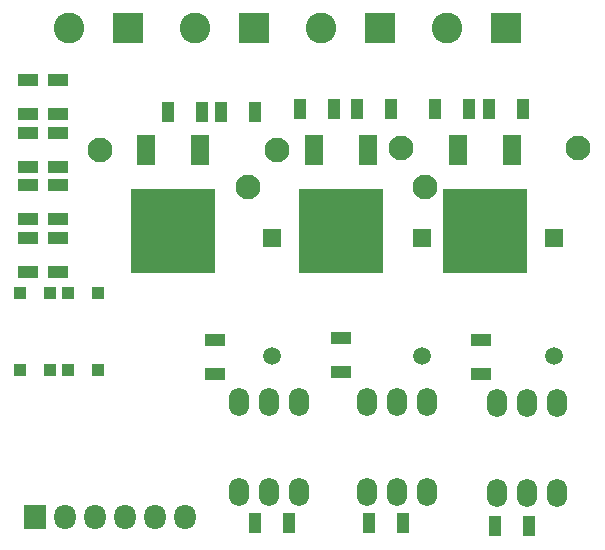
<source format=gbs>
G04 #@! TF.FileFunction,Soldermask,Bot*
%FSLAX46Y46*%
G04 Gerber Fmt 4.6, Leading zero omitted, Abs format (unit mm)*
G04 Created by KiCad (PCBNEW 4.0.2-stable) date 3/20/2016 1:32:16 PM*
%MOMM*%
G01*
G04 APERTURE LIST*
%ADD10C,0.100000*%
%ADD11R,1.601140X2.599360*%
%ADD12R,7.100240X7.100240*%
%ADD13R,1.500000X1.500000*%
%ADD14C,1.500000*%
%ADD15R,2.600000X2.600000*%
%ADD16C,2.600000*%
%ADD17R,1.827200X2.132000*%
%ADD18O,1.827200X2.132000*%
%ADD19C,2.098980*%
%ADD20R,1.800000X1.000000*%
%ADD21R,1.000000X1.800000*%
%ADD22R,0.999160X0.999160*%
%ADD23O,1.700000X2.400000*%
G04 APERTURE END LIST*
D10*
D11*
X143172160Y-85054680D03*
X147723840Y-85054680D03*
D12*
X145448000Y-91953320D03*
D13*
X152306000Y-92568000D03*
D14*
X152306000Y-102568000D03*
D13*
X163482000Y-92568000D03*
D14*
X163482000Y-102568000D03*
D13*
X139606000Y-92568000D03*
D14*
X139606000Y-102568000D03*
D15*
X127414000Y-74788000D03*
D16*
X122414000Y-74788000D03*
D15*
X138082000Y-74788000D03*
D16*
X133082000Y-74788000D03*
D15*
X148750000Y-74788000D03*
D16*
X143750000Y-74788000D03*
D15*
X159418000Y-74788000D03*
D16*
X154418000Y-74788000D03*
D17*
X119540000Y-116190000D03*
D18*
X122080000Y-116190000D03*
X124620000Y-116190000D03*
X127160000Y-116190000D03*
X129700000Y-116190000D03*
X132240000Y-116190000D03*
D19*
X137574000Y-88250000D03*
X152574000Y-88250000D03*
X150528000Y-84948000D03*
X165528000Y-84948000D03*
X125001000Y-85075000D03*
X140001000Y-85075000D03*
D20*
X121445000Y-79180000D03*
X121445000Y-82080000D03*
X118905000Y-79180000D03*
X118905000Y-82080000D03*
X121445000Y-83625000D03*
X121445000Y-86525000D03*
X118905000Y-83625000D03*
X118905000Y-86525000D03*
D21*
X141966000Y-81646000D03*
X144866000Y-81646000D03*
X130790000Y-81900000D03*
X133690000Y-81900000D03*
X153396000Y-81646000D03*
X156296000Y-81646000D03*
D20*
X121445000Y-88070000D03*
X121445000Y-90970000D03*
X118905000Y-88070000D03*
X118905000Y-90970000D03*
D21*
X146792000Y-81646000D03*
X149692000Y-81646000D03*
X157968000Y-81646000D03*
X160868000Y-81646000D03*
X135235000Y-81900000D03*
X138135000Y-81900000D03*
D20*
X121445000Y-92515000D03*
X121445000Y-95415000D03*
X118905000Y-92515000D03*
X118905000Y-95415000D03*
X157259000Y-101151000D03*
X157259000Y-104051000D03*
X145448000Y-101024000D03*
X145448000Y-103924000D03*
X134780000Y-101151000D03*
X134780000Y-104051000D03*
D21*
X161376000Y-116952000D03*
X158476000Y-116952000D03*
X147808000Y-116698000D03*
X150708000Y-116698000D03*
X138156000Y-116698000D03*
X141056000Y-116698000D03*
D22*
X124874000Y-97190800D03*
X122334000Y-97190800D03*
X122334000Y-103693200D03*
X124874000Y-103693200D03*
X120810000Y-97190800D03*
X118270000Y-97190800D03*
X118270000Y-103693200D03*
X120810000Y-103693200D03*
D23*
X147607000Y-114031000D03*
X150147000Y-114031000D03*
X152687000Y-114031000D03*
X152687000Y-106411000D03*
X150147000Y-106411000D03*
X147607000Y-106411000D03*
X136812000Y-114031000D03*
X139352000Y-114031000D03*
X141892000Y-114031000D03*
X141892000Y-106411000D03*
X139352000Y-106411000D03*
X136812000Y-106411000D03*
X158656000Y-114158000D03*
X161196000Y-114158000D03*
X163736000Y-114158000D03*
X163736000Y-106538000D03*
X161196000Y-106538000D03*
X158656000Y-106538000D03*
D11*
X128948160Y-85054680D03*
X133499840Y-85054680D03*
D12*
X131224000Y-91953320D03*
D11*
X155364160Y-85054680D03*
X159915840Y-85054680D03*
D12*
X157640000Y-91953320D03*
M02*

</source>
